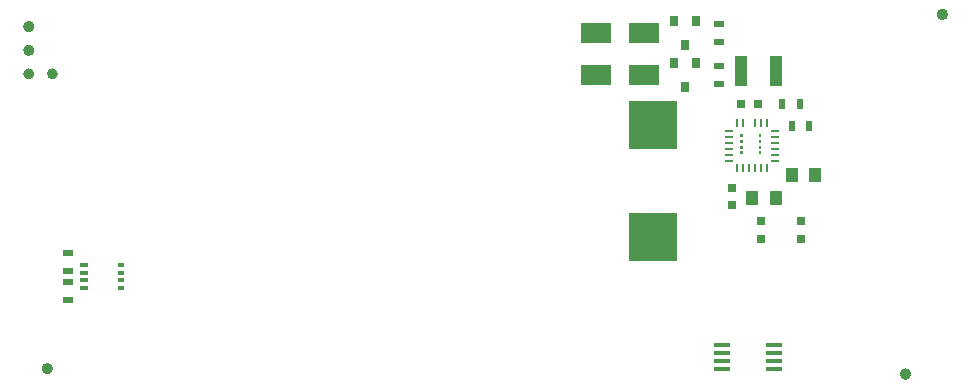
<source format=gtp>
G04 #@! TF.GenerationSoftware,KiCad,Pcbnew,(5.1.6-0-10_14)*
G04 #@! TF.CreationDate,2021-11-10T21:38:56+09:00*
G04 #@! TF.ProjectId,peltier+relay,70656c74-6965-4722-9b72-656c61792e6b,rev?*
G04 #@! TF.SameCoordinates,Original*
G04 #@! TF.FileFunction,Paste,Top*
G04 #@! TF.FilePolarity,Positive*
%FSLAX46Y46*%
G04 Gerber Fmt 4.6, Leading zero omitted, Abs format (unit mm)*
G04 Created by KiCad (PCBNEW (5.1.6-0-10_14)) date 2021-11-10 21:38:56*
%MOMM*%
%LPD*%
G01*
G04 APERTURE LIST*
%ADD10C,0.475000*%
%ADD11C,0.100000*%
%ADD12R,2.500000X1.800000*%
%ADD13R,4.100000X4.100000*%
%ADD14R,0.700000X0.420000*%
%ADD15R,0.540000X0.420000*%
%ADD16R,0.800000X0.900000*%
%ADD17R,1.450000X0.450000*%
%ADD18R,1.450000X0.400000*%
%ADD19R,1.000000X1.250000*%
%ADD20R,0.750000X0.800000*%
%ADD21R,0.800000X0.750000*%
%ADD22R,1.000000X2.500000*%
%ADD23R,0.900000X0.500000*%
%ADD24R,0.500000X0.900000*%
%ADD25R,0.650000X0.250000*%
%ADD26R,0.250000X0.650000*%
G04 APERTURE END LIST*
D10*
X102022500Y-87770000D02*
G75*
G03*
X102022500Y-87770000I-212500J0D01*
G01*
X100030833Y-87770000D02*
G75*
G03*
X100030833Y-87770000I-220833J0D01*
G01*
X100039167Y-85770000D02*
G75*
G03*
X100039167Y-85770000I-229167J0D01*
G01*
X100047500Y-83770000D02*
G75*
G03*
X100047500Y-83770000I-237500J0D01*
G01*
X101617500Y-112730000D02*
G75*
G03*
X101617500Y-112730000I-237500J0D01*
G01*
X174287500Y-113190000D02*
G75*
G03*
X174287500Y-113190000I-237500J0D01*
G01*
X177407500Y-82740000D02*
G75*
G03*
X177407500Y-82740000I-237500J0D01*
G01*
D11*
G36*
X161600000Y-92840000D02*
G01*
X161850000Y-92840000D01*
X161850000Y-93090000D01*
X161600000Y-93090000D01*
X161600000Y-92840000D01*
G37*
G36*
X161600000Y-93340000D02*
G01*
X161850000Y-93340000D01*
X161850000Y-93590000D01*
X161600000Y-93590000D01*
X161600000Y-93340000D01*
G37*
G36*
X161600000Y-93840000D02*
G01*
X161850000Y-93840000D01*
X161850000Y-94090000D01*
X161600000Y-94090000D01*
X161600000Y-93840000D01*
G37*
G36*
X161600000Y-94340000D02*
G01*
X161850000Y-94340000D01*
X161850000Y-94590000D01*
X161600000Y-94590000D01*
X161600000Y-94340000D01*
G37*
G36*
X160060000Y-92840000D02*
G01*
X160310000Y-92840000D01*
X160310000Y-93090000D01*
X160060000Y-93090000D01*
X160060000Y-92840000D01*
G37*
G36*
X160060000Y-93340000D02*
G01*
X160310000Y-93340000D01*
X160310000Y-93590000D01*
X160060000Y-93590000D01*
X160060000Y-93340000D01*
G37*
G36*
X160060000Y-93840000D02*
G01*
X160310000Y-93840000D01*
X160310000Y-94090000D01*
X160060000Y-94090000D01*
X160060000Y-93840000D01*
G37*
G36*
X160060000Y-94340000D02*
G01*
X160310000Y-94340000D01*
X160310000Y-94590000D01*
X160060000Y-94590000D01*
X160060000Y-94340000D01*
G37*
D12*
X151860000Y-87890000D03*
X147860000Y-87890000D03*
X151860000Y-84290000D03*
X147860000Y-84290000D03*
D13*
X152670000Y-92070000D03*
X152670000Y-101570000D03*
D14*
X104520000Y-103945000D03*
X104520000Y-104595000D03*
X104520000Y-105245000D03*
X104520000Y-105895000D03*
D15*
X107600000Y-105895000D03*
X107600000Y-105245000D03*
X107600000Y-104595000D03*
X107600000Y-103945000D03*
D16*
X156320000Y-86890000D03*
X154420000Y-86890000D03*
X155370000Y-88890000D03*
X155370000Y-85290000D03*
X154420000Y-83290000D03*
X156320000Y-83290000D03*
D17*
X158540000Y-112740000D03*
D18*
X158540000Y-112065000D03*
X158540000Y-111415000D03*
D17*
X158540000Y-110740000D03*
X162940000Y-110740000D03*
D18*
X162940000Y-111415000D03*
X162940000Y-112065000D03*
D17*
X162940000Y-112740000D03*
D19*
X163050000Y-98300000D03*
X161050000Y-98300000D03*
X164400000Y-96300000D03*
X166400000Y-96300000D03*
D20*
X159390000Y-98910000D03*
X159390000Y-97410000D03*
D21*
X160090000Y-90360000D03*
X161590000Y-90360000D03*
D22*
X160090000Y-87510000D03*
X163090000Y-87510000D03*
D23*
X103130000Y-106890000D03*
X103130000Y-105390000D03*
D24*
X165090000Y-90310000D03*
X163590000Y-90310000D03*
X164400000Y-92150000D03*
X165900000Y-92150000D03*
D23*
X158240000Y-88640000D03*
X158240000Y-87140000D03*
X103130000Y-104440000D03*
X103130000Y-102940000D03*
X158240000Y-85040000D03*
X158240000Y-83540000D03*
D20*
X161790000Y-100250000D03*
X161790000Y-101750000D03*
X165165001Y-101750000D03*
X165165001Y-100250000D03*
D25*
X162960000Y-95110000D03*
X162960000Y-94610000D03*
X162960000Y-94110000D03*
X162960000Y-93610000D03*
X162960000Y-93110000D03*
X162960000Y-92610000D03*
D26*
X162290000Y-91940000D03*
X161790000Y-91940000D03*
X161290000Y-91940000D03*
X160290000Y-91940000D03*
X159790000Y-91940000D03*
D25*
X159120000Y-92610000D03*
X159120000Y-93110000D03*
X159120000Y-93610000D03*
X159120000Y-94110000D03*
X159120000Y-94610000D03*
X159120000Y-95110000D03*
D26*
X159790000Y-95780000D03*
X160290000Y-95780000D03*
X160790000Y-95780000D03*
X161290000Y-95780000D03*
X161790000Y-95780000D03*
X162290000Y-95780000D03*
M02*

</source>
